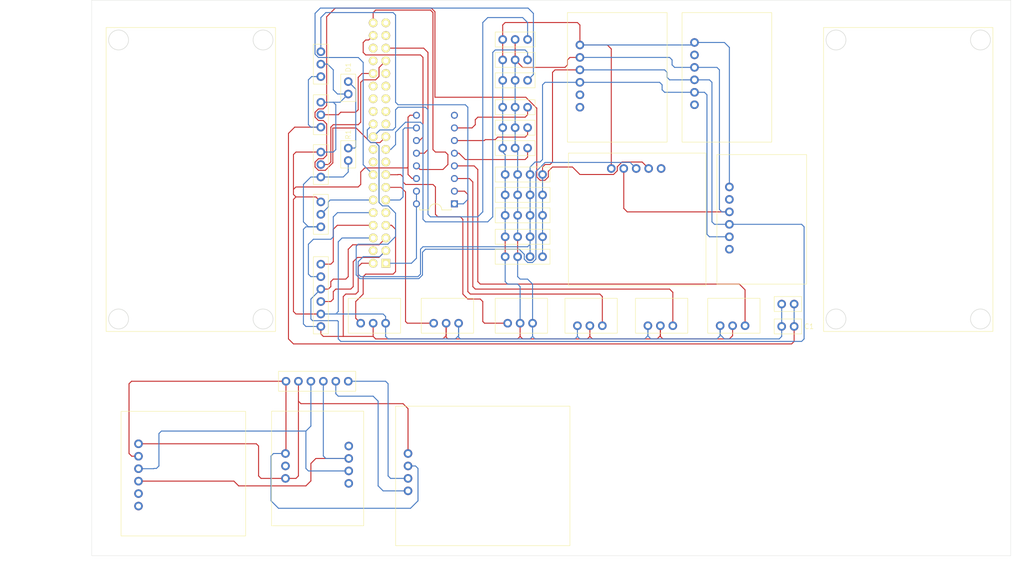
<source format=kicad_pcb>
(kicad_pcb (version 20240108) (generator "pcbnew") (generator_version "8.0")
  (layers (0 "F.Cu" signal) (31 "B.Cu" signal) (34 "B.Paste" user) (35 "F.Paste" user) (36 "B.SilkS" user "B.Silkscreen") (37 "F.SilkS" user "F.Silkscreen") (38 "B.Mask" user) (39 "F.Mask" user) (44 "Edge.Cuts" user))
  (net 0 "")
  (net 2 "+8V")
  (net 4 "Net-(D1-A)")
  (net 5 "+5V")
  (net 6 "SDA")
  (net 7 "PWM1")
  (net 8 "RX0")
  (net 9 "CS{slash}SHDN")
  (net 11 "TX1")
  (net 13 "CLK")
  (net 15 "D3")
  (net 17 "PWM0")
  (net 18 "TX0")
  (net 20 "D2")
  (net 22 "PWM2")
  (net 24 "GND")
  (net 25 "SCL")
  (net 28 "D4")
  (net 29 "+3.3V")
  (net 33 "DIN")
  (net 34 "RX1")
  (net 35 "D0")
  (net 36 "D1")
  (net 37 "D5")
  (net 38 "DOUT")
  (net 39 "Net-(U1-SCL)")
  (net 41 "Net-(U1-GND)")
  (net 42 "Net-(U1-SDA)")
  (net 44 "Net-(U1-3V{slash}5V)")
  (net 48 "Net-(U3-RX)")
  (net 49 "Net-(U3-TX)")
  (net 55 "A1")
  (net 56 "A2")
  (net 57 "A3")
  (net 60 "A4")
  (net 61 "A5")
  (net 62 "A6")
  (net 63 "A0")
  (footprint "TAFLab-Footprint-Library:Default2Pin" (layer "F.Cu") (at 111.5 58.2 180)
    (property "Reference" "R1")
    (property "Value" "300Ω")
  )
  (footprint "TAFLab-Footprint-Library:DS18B20_Water_Temp_Sensor" (layer "F.Cu") (at 125 98.85 90)
    (property "Reference" "U7" (hide yes))
    (property "Value" "~" (hide yes))
  )
  (footprint "TAFLab-Footprint-Library:Default3Pin" (layer "F.Cu") (at 106 41.35 180)
    (property "Reference" "U30" (hide yes))
    (property "Value" "~" (hide yes))
  )
  (footprint "TAFLab-Footprint-Library:Default2Pin" (layer "F.Cu") (at 191 97 -90)
    (property "Reference" "U34" (hide yes))
    (property "Value" "~" (hide yes))
  )
  (footprint "TAFLab-Footprint-Library:ActuatorConnector" (layer "F.Cu") (at 106 56.5 180)
    (property "Reference" "U17" (hide yes))
    (property "Value" "~" (hide yes))
  )
  (footprint "TAFLab-Footprint-Library:RaspberryPi_4" (layer "F.Cu") (at 115 66.26 90)
    (property "Reference" "RP1" (hide yes))
    (property "Value" "Raspberry_Pi_2_3" (hide yes))
  )
  (footprint "TAFLab-Footprint-Library:Default4Pin" (layer "F.Cu") (at 158 83.5 90)
    (property "Reference" "U26" (hide yes))
    (property "Value" "~" (hide yes))
  )
  (footprint "TAFLab-Footprint-Library:Default3Pin" (layer "F.Cu") (at 152.5 43.9 90)
    (property "Reference" "U21" (hide yes))
    (property "Value" "~" (hide yes))
  )
  (footprint "TAFLab-Footprint-Library:Default4Pin" (layer "F.Cu") (at 158 75.1 90)
    (property "Reference" "U28" (hide yes))
    (property "Value" "~" (hide yes))
  )
  (footprint "TAFLab-Footprint-Library:DS18B20_Water_Temp_Sensor" (layer "F.Cu") (at 139.65 98.85 90)
    (property "Reference" "U8" (hide yes))
    (property "Value" "~" (hide yes))
  )
  (footprint "TAFLab-Footprint-Library:LM2596" (layer "F.Cu") (at 102.9 74.5 90)
    (property "Reference" "U13" (hide yes))
    (property "Value" "LM2596S-12" (hide yes))
    (fp_circle (center 30.5 -37.5) (end 32.5 -37.5) (stroke (width 0.1)) (fill none) (layer "Edge.Cuts"))
    (fp_circle (center -25.5 -37.5) (end -23.5 -37.5) (stroke (width 0.1)) (fill none) (layer "Edge.Cuts"))
    (fp_circle (center 30.5 -8.5) (end 32.5 -8.5) (stroke (width 0.1)) (fill none) (layer "Edge.Cuts"))
    (fp_circle (center -25.5 -8.5) (end -23.5 -8.5) (stroke (width 0.1)) (fill none) (layer "Edge.Cuts"))
  )
  (footprint "TAFLab-Footprint-Library:Default4Pin" (layer "F.Cu") (at 158 71 90)
    (property "Reference" "U29" (hide yes))
    (property "Value" "~" (hide yes))
  )
  (footprint "TAFLab-Footprint-Library:Default3Pin" (layer "F.Cu") (at 152.5 48 90)
    (property "Reference" "U20" (hide yes))
    (property "Value" "~" (hide yes))
  )
  (footprint "TAFLab-Footprint-Library:ActuatorConnector" (layer "F.Cu") (at 106 66.5 180)
    (property "Reference" "U16" (hide yes))
    (property "Value" "~" (hide yes))
  )
  (footprint "TAFLab-Footprint-Library:AS5600_Magnetic_Encoder_Windvane" (layer "F.Cu") (at 92.6 137)
    (property "Reference" "U1" (hide yes))
    (property "Value" "~" (hide yes))
  )
  (footprint "TAFLab-Footprint-Library:GT-U7_GPS" (layer "F.Cu") (at 159.3 69.8 -90)
    (property "Reference" "U4" (hide yes))
    (property "Value" "~" (hide yes))
  )
  (footprint "TAFLab-Footprint-Library:Default2Pin" (layer "F.Cu") (at 111.5 44.85 180)
    (property "Reference" "D1")
    (property "Value" "LED")
  )
  (footprint "TAFLab-Footprint-Library:MPU6050_IMU_Accelerometer" (layer "F.Cu") (at 187.5 89.5)
    (property "Reference" "U6" (hide yes))
    (property "Value" "~" (hide yes))
  )
  (footprint "TAFLab-Footprint-Library:MCP3008" (layer "F.Cu") (at 129 68 90)
    (property "Reference" "U33" (hide yes))
    (property "Value" "MCP3008" (hide yes))
  )
  (footprint "TAFLab-Footprint-Library:ActuatorConnector" (layer "F.Cu") (at 106 46.5 180)
    (property "Reference" "U18" (hide yes))
    (property "Value" "~" (hide yes))
  )
  (footprint "TAFLab-Footprint-Library:Default2Pin" (layer "F.Cu") (at 208.5 101.5 90)
    (property "Reference" "C1")
    (property "Value" "10k µF")
  )
  (footprint "TAFLab-Footprint-Library:HW038_WaterLevelSensor" (layer "F.Cu") (at 201.15 100.85 90)
    (property "Reference" "U12" (hide yes))
    (property "Value" "~" (hide yes))
  )
  (footprint "TAFLab-Footprint-Library:LM2596" (layer "F.Cu") (at 246.9 74.5 90)
    (property "Reference" "U15" (hide yes))
    (property "Value" "LM2596S-12" (hide yes))
    (fp_circle (center 30.5 -37.5) (end 32.5 -37.5) (stroke (width 0.1)) (fill none) (layer "Edge.Cuts"))
    (fp_circle (center -25.5 -37.5) (end -23.5 -37.5) (stroke (width 0.1)) (fill none) (layer "Edge.Cuts"))
    (fp_circle (center 30.5 -8.5) (end 32.5 -8.5) (stroke (width 0.1)) (fill none) (layer "Edge.Cuts"))
    (fp_circle (center -25.5 -8.5) (end -23.5 -8.5) (stroke (width 0.1)) (fill none) (layer "Edge.Cuts"))
  )
  (footprint "TAFLab-Footprint-Library:BME280_PHT" (layer "F.Cu") (at 55.9 135.05)
    (property "Reference" "U2" (hide yes))
    (property "Value" "~" (hide yes))
  )
  (footprint "TAFLab-Footprint-Library:XBeeBreakout" (layer "F.Cu") (at 123.5 137)
    (property "Reference" "U3" (hide yes))
    (property "Value" "~" (hide yes))
  )
  (footprint "TAFLab-Footprint-Library:Default3Pin" (layer "F.Cu") (at 152.5 57.5 90)
    (property "Reference" "U24" (hide yes))
    (property "Value" "~" (hide yes))
  )
  (footprint "TAFLab-Footprint-Library:Default3Pin" (layer "F.Cu") (at 152.5 61.6 90)
    (property "Reference" "U23" (hide yes))
    (property "Value" "~" (hide yes))
  )
  (footprint "TAFLab-Footprint-Library:HW038_WaterLevelSensor" (layer "F.Cu") (at 186.65 100.85 90)
    (property "Reference" "U11" (hide yes))
    (property "Value" "~" (hide yes))
  )
  (footprint "TAFLab-Footprint-Library:Default4Pin" (layer "F.Cu") (at 158 79.2 90)
    (property "Reference" "U27" (hide yes))
    (property "Value" "~" (hide yes))
  )
  (footprint "TAFLab-Footprint-Library:INA219_BatteryPowerSensor" (layer "F.Cu") (at 158 62)
    (property "Reference" "U14" (hide yes))
    (property "Value" "~" (hide yes))
  )
  (footprint "TAFLab-Footprint-Library:LIS3MDL_Magnetometer" (layer "F.Cu") (at 181 51.5)
    (property "Reference" "U5" (hide yes))
    (property "Value" "~" (hide yes))
  )
  (footprint "TAFLab-Footprint-Library:SailWireConnector" (layer "F.Cu") (at 106 76.5 180)
    (property "Reference" "U32" (hide yes))
    (property "Value" "~" (hide yes))
  )
  (footprint "TAFLab-Footprint-Library:Top_Boat_PCB" (layer "F.Cu") (at 104 117.5)
    (property "Reference" "U31" (hide yes))
    (property "Value" "~" (hide yes))
  )
  (footprint "TAFLab-Footprint-Library:Default3Pin" (layer "F.Cu") (at 152.5 52.1 90)
    (property "Reference" "U19" (hide yes))
    (property "Value" "~" (hide yes))
  )
  (footprint "TAFLab-Footprint-Library:HW038_WaterLevelSensor" (layer "F.Cu") (at 172.5 100.85 90)
    (property "Reference" "U10" (hide yes))
    (property "Value" "~" (hide yes))
  )
  (footprint "TAFLab-Footprint-Library:Default4Pin" (layer "F.Cu") (at 158 87.5 90)
    (property "Reference" "U25" (hide yes))
    (property "Value" "~" (hide yes))
  )
  (footprint "TAFLab-Footprint-Library:DS18B20_Water_Temp_Sensor" (layer "F.Cu") (at 154.5 98.85 90)
    (property "Reference" "U9" (hide yes))
    (property "Value" "~" (hide yes))
  )
  (footprint "TAFLab-Footprint-Library:Default3Pin" (layer "F.Cu") (at 152.5 65.7 90)
    (property "Reference" "U22" (hide yes))
    (property "Value" "~" (hide yes))
  )
  (gr_rect (start 60 36) (end 244.5 147.5) (stroke (width 0.05)) (fill none) (layer "Edge.Cuts"))
  (segment (start 99.5 62.75) (end 100.75 61.5) (width 0.2) (layer "F.Cu") (net 2))
  (segment (start 201 104.5) (end 200.5 105) (width 0.2) (layer "F.Cu") (net 2))
  (segment (start 201 101.5) (end 201 104.5) (width 0.2) (layer "F.Cu") (net 2))
  (segment (start 200.5 105) (end 100.5 105) (width 0.2) (layer "F.Cu") (net 2))
  (segment (start 100.75 61.5) (end 106 61.5) (width 0.2) (layer "F.Cu") (net 2))
  (segment (start 100.5 105) (end 99.5 104) (width 0.2) (layer "F.Cu") (net 2))
  (segment (start 99.5 104) (end 99.5 62.75) (width 0.2) (layer "F.Cu") (net 2))
  (segment (start 104.15 51.35) (end 106 51.35) (width 0.2) (layer "B.Cu") (net 2))
  (segment (start 106 61.5) (end 104 61.5) (width 0.2) (layer "B.Cu") (net 2))
  (segment (start 104 61.5) (end 103.5 61) (width 0.2) (layer "B.Cu") (net 2))
  (segment (start 103.5 52) (end 104.15 51.35) (width 0.2) (layer "B.Cu") (net 2))
  (segment (start 201 97) (end 201 101.5) (width 0.2) (layer "B.Cu") (net 2))
  (segment (start 103.5 61) (end 103.5 52) (width 0.2) (layer "B.Cu") (net 2))
  (segment (start 111.5 65.7) (end 112.8 65.7) (width 0.2) (layer "B.Cu") (net 4))
  (segment (start 113 53.85) (end 111.5 52.35) (width 0.2) (layer "B.Cu") (net 4))
  (segment (start 112.8 65.7) (end 113 65.5) (width 0.2) (layer "B.Cu") (net 4))
  (segment (start 113 65.5) (end 113 53.85) (width 0.2) (layer "B.Cu") (net 4))
  (segment (start 173.5 104) (end 160.5 104) (width 0.2) (layer "F.Cu") (net 5))
  (segment (start 114.18 88.82) (end 116.5 88.82) (width 0.2) (layer "F.Cu") (net 5))
  (segment (start 143 40.5) (end 142.5 41) (width 0.2) (layer "F.Cu") (net 5))
  (segment (start 157.5 40.5) (end 143 40.5) (width 0.2) (layer "F.Cu") (net 5))
  (segment (start 146.5 104) (end 146 103.5) (width 0.2) (layer "F.Cu") (net 5))
  (segment (start 116.5 103.5) (end 116.5 100.85) (width 0.2) (layer "F.Cu") (net 5))
  (segment (start 163.5 45) (end 158 45) (width 0.2) (layer "F.Cu") (net 5))
  (segment (start 174.15 101.35) (end 174.15 103.35) (width 0.2) (layer "F.Cu") (net 5))
  (segment (start 160 103.5) (end 160 101.35) (width 0.2) (layer "F.Cu") (net 5))
  (segment (start 106 103) (end 106.5 103.5) (width 0.2) (layer "F.Cu") (net 5))
  (segment (start 113.5 89.5) (end 114.18 88.82) (width 0.2) (layer "F.Cu") (net 5))
  (segment (start 164.3 69.8) (end 164.3 45.8) (width 0.2) (layer "F.Cu") (net 5))
  (segment (start 131.15 103.65) (end 131.15 100.85) (width 0.2) (layer "F.Cu") (net 5))
  (segment (start 160 103.5) (end 159.5 104) (width 0.2) (layer "F.Cu") (net 5))
  (segment (start 146 103.5) (end 146 100.85) (width 0.2) (layer "F.Cu") (net 5))
  (segment (start 158 41) (end 157.5 40.5) (width 0.2) (layer "F.Cu") (net 5))
  (segment (start 113 95) (end 113.5 94.5) (width 0.2) (layer "F.Cu") (net 5))
  (segment (start 113.5 94.5) (end 113.5 89.5) (width 0.2) (layer "F.Cu") (net 5))
  (segment (start 131.15 103.35) (end 130.5 104) (width 0.2) (layer "F.Cu") (net 5))
  (segment (start 106.5 103.5) (end 110.5 103.5) (width 0.2) (layer "F.Cu") (net 5))
  (segment (start 143 83.5) (end 143 87.5) (width 0.2) (layer "F.Cu") (net 5))
  (segment (start 130.5 104) (end 117 104) (width 0.2) (layer "F.Cu") (net 5))
  (segment (start 160.5 104) (end 160 103.5) (width 0.2) (layer "F.Cu") (net 5))
  (segment (start 110.5 103.5) (end 116.5 103.5) (width 0.2) (layer "F.Cu") (net 5))
  (segment (start 110.5 95.5) (end 111 95) (width 0.2) (layer "F.Cu") (net 5))
  (segment (start 164.3 45.8) (end 163.5 45) (width 0.2) (layer "F.Cu") (net 5))
  (segment (start 106 101.5) (end 106 103) (width 0.2) (layer "F.Cu") (net 5))
  (segment (start 188.65 103.35) (end 188 104) (width 0.2) (layer "F.Cu") (net 5))
  (segment (start 142.5 43.9) (end 142.5 48) (width 0.2) (layer "F.Cu") (net 5))
  (segment (start 146 103.5) (end 145.5 104) (width 0.2) (layer "F.Cu") (net 5))
  (segment (start 111 95) (end 113 95) (width 0.2) (layer "F.Cu") (net 5))
  (segment (start 188.65 101.35) (end 188.65 103.35) (width 0.2) (layer "F.Cu") (net 5))
  (segment (start 117 104) (end 116.5 103.5) (width 0.2) (layer "F.Cu") (net 5))
  (segment (start 174.65 104) (end 174.15 103.5) (width 0.2) (layer "F.Cu") (net 5))
  (segment (start 174.15 103.5) (end 174.15 101.35) (width 0.2) (layer "F.Cu") (net 5))
  (segment (start 110.5 103.5) (end 110.5 95.5) (width 0.2) (layer "F.Cu") (net 5))
  (segment (start 174.15 103.35) (end 173.5 104) (width 0.2) (layer "F.Cu") (net 5))
  (segment (start 188 104) (end 174.65 104) (width 0.2) (layer "F.Cu") (net 5))
  (segment (start 145.5 104) (end 131.5 104) (width 0.2) (layer "F.Cu") (net 5))
  (segment (start 131.5 104) (end 131.15 103.65) (width 0.2) (layer "F.Cu") (net 5))
  (segment (start 158 45) (end 158 41) (width 0.2) (layer "F.Cu") (net 5))
  (segment (start 131.15 100.85) (end 131.15 103.35) (width 0.2) (layer "F.Cu") (net 5))
  (segment (start 142.5 41) (end 142.5 43.9) (width 0.2) (layer "F.Cu") (net 5))
  (segment (start 159.5 104) (end 146.5 104) (width 0.2) (layer "F.Cu") (net 5))
  (segment (start 145.5 93) (end 143.5 93) (width 0.2) (layer "B.Cu") (net 5))
  (segment (start 180.5 45) (end 181 44.5) (width 0.2) (layer "B.Cu") (net 5))
  (segment (start 143 92.5) (end 143 87.5) (width 0.2) (layer "B.Cu") (net 5))
  (segment (start 103 101.5) (end 106 101.5) (width 0.2) (layer "B.Cu") (net 5))
  (segment (start 146 93.5) (end 145.5 93) (width 0.2) (layer "B.Cu") (net 5))
  (segment (start 188 73.5) (end 188 45.5) (width 0.2) (layer "B.Cu") (net 5))
  (segment (start 142.5 61.6) (end 142.5 65.7) (width 0.2) (layer "B.Cu") (net 5))
  (segment (start 158 45) (end 180.5 45) (width 0.2) (layer "B.Cu") (net 5))
  (segment (start 102.5 80.5) (end 102.5 73) (width 0.2) (layer "B.Cu") (net 5))
  (segment (start 103 81.5) (end 102.5 82) (width 0.2) (layer "B.Cu") (net 5))
  (segment (start 102.5 82) (end 102.5 101) (width 0.2) (layer "B.Cu") (net 5))
  (segment (start 146 100.85) (end 146 93.5) (width 0.2) (layer "B.Cu") (net 5))
  (segment (start 106 81.5) (end 103 81.5) (width 0.2) (layer "B.Cu") (net 5))
  (segment (start 143.5 93) (end 143 92.5) (width 0.2) (layer "B.Cu") (net 5))
  (segment (start 110.5 71.5) (end 111.5 70.5) (width 0.2) (layer "B.Cu") (net 5))
  (segment (start 111.5 70.5) (end 111.5 68.2) (width 0.2) (layer "B.Cu") (net 5))
  (segment (start 142.5 66.5) (end 143 67) (width 0.2) (layer "B.Cu") (net 5))
  (segment (start 187 44.5) (end 181 44.5) (width 0.2) (layer "B.Cu") (net 5))
  (segment (start 142.5 52.1) (end 142.5 57.5) (width 0.2) (layer "B.Cu") (net 5))
  (segment (start 143 71) (end 143 75.1) (width 0.2) (layer "B.Cu") (net 5))
  (segment (start 143 67) (end 143 71) (width 0.2) (layer "B.Cu") (net 5))
  (segment (start 106 81.5) (end 103.5 81.5) (width 0.2) (layer "B.Cu") (net 5))
  (segment (start 142.5 65.7) (end 142.5 66.5) (width 0.2) (layer "B.Cu") (net 5))
  (segment (start 143 75.1) (end 143 79.2) (width 0.2) (layer "B.Cu") (net 5))
  (segment (start 143 79.2) (end 143 83.5) (width 0.2) (layer "B.Cu") (net 5))
  (segment (start 102.5 73) (end 104 71.5) (width 0.2) (layer "B.Cu") (net 5))
  (segment (start 102.5 101) (end 103 101.5) (width 0.2) (layer "B.Cu") (net 5))
  (segment (start 142.5 57.5) (end 142.5 61.6) (width 0.2) (layer "B.Cu") (net 5))
  (segment (start 188 45.5) (end 187 44.5) (width 0.2) (layer "B.Cu") (net 5))
  (segment (start 106 71.5) (end 110.5 71.5) (width 0.2) (layer "B.Cu") (net 5))
  (segment (start 103.5 81.5) (end 102.5 80.5) (width 0.2) (layer "B.Cu") (net 5))
  (segment (start 142.5 48) (end 142.5 52.1) (width 0.2) (layer "B.Cu") (net 5))
  (segment (start 104 71.5) (end 106 71.5) (width 0.2) (layer "B.Cu") (net 5))
  (segment (start 117.675 87.645) (end 119.04 86.28) (width 0.2) (layer "F.Cu") (net 6))
  (segment (start 112.5 88.5) (end 113.355 87.645) (width 0.2) (layer "F.Cu") (net 6))
  (segment (start 112 94) (end 112.5 93.5) (width 0.2) (layer "F.Cu") (net 6))
  (segment (start 113.355 87.645) (end 117.675 87.645) (width 0.2) (layer "F.Cu") (net 6))
  (segment (start 106 96.5) (end 108 96.5) (width 0.2) (layer "F.Cu") (net 6))
  (segment (start 108 96.5) (end 108.5 96) (width 0.2) (layer "F.Cu") (net 6))
  (segment (start 112.5 93.5) (end 112.5 88.5) (width 0.2) (layer "F.Cu") (net 6))
  (segment (start 108.5 94.5) (end 109 94) (width 0.2) (layer "F.Cu") (net 6))
  (segment (start 108.5 96) (end 108.5 94.5) (width 0.2) (layer "F.Cu") (net 6))
  (segment (start 109 94) (end 112 94) (width 0.2) (layer "F.Cu") (net 6))
  (segment (start 148 79.2) (end 148 83.5) (width 0.2) (layer "B.Cu") (net 6))
  (segment (start 150 68.5) (end 150.5 68) (width 0.2) (layer "B.Cu") (net 6))
  (segment (start 150.5 53) (end 151 52.5) (width 0.2) (layer "B.Cu") (net 6))
  (segment (start 113.5 91) (end 113.5 88.5) (width 0.2) (layer "B.Cu") (net 6))
  (segment (start 174.5 53) (end 174.5 54) (width 0.2) (layer "B.Cu") (net 6))
  (segment (start 183.5 83) (end 183.5 55) (width 0.2) (layer "B.Cu") (net 6))
  (segment (start 174 52.5) (end 174.5 53) (width 0.2) (layer "B.Cu") (net 6))
  (segment (start 148 75.1) (end 148 79.2) (width 0.2) (layer "B.Cu") (net 6))
  (segment (start 148 85) (end 147.5 85.5) (width 0.2) (layer "B.Cu") (net 6))
  (segment (start 148 71) (end 148 69.5) (width 0.2) (layer "B.Cu") (net 6))
  (segment (start 151 52.5) (end 158 52.5) (width 0.2) (layer "B.Cu") (net 6))
  (segment (start 175 54.5) (end 181 54.5) (width 0.2) (layer "B.Cu") (net 6))
  (segment (start 158 52.5) (end 174 52.5) (width 0.2) (layer "B.Cu") (net 6))
  (segment (start 126.5 85.5) (end 126 86) (width 0.2) (layer "B.Cu") (net 6))
  (segment (start 174.5 54) (end 175 54.5) (width 0.2) (layer "B.Cu") (net 6))
  (segment (start 188 83.5) (end 184 83.5) (width 0.2) (layer "B.Cu") (net 6))
  (segment (start 114.5 87.5) (end 117.82 87.5) (width 0.2) (layer "B.Cu") (net 6))
  (segment (start 148 69.5) (end 149 68.5) (width 0.2) (layer "B.Cu") (net 6))
  (segment (start 148 71) (end 148 75.1) (width 0.2) (layer "B.Cu") (net 6))
  (segment (start 149 68.5) (end 150 68.5) (width 0.2) (layer "B.Cu") (net 6))
  (segment (start 148 83.5) (end 148 85) (width 0.2) (layer "B.Cu") (net 6))
  (segment (start 148 85) (end 148 87.5) (width 0.2) (layer "B.Cu") (net 6))
  (segment (start 147.5 85.5) (end 126.5 85.5) (width 0.2) (layer "B.Cu") (net 6))
  (segment (start 117.82 87.5) (end 119.04 86.28) (width 0.2) (layer "B.Cu") (net 6))
  (segment (start 150.5 68) (end 150.5 53) (width 0.2) (layer "B.Cu") (net 6))
  (segment (start 113.5 88.5) (end 114.5 87.5) (width 0.2) (layer "B.Cu") (net 6))
  (segment (start 183 54.5) (end 181 54.5) (width 0.2) (layer "B.Cu") (net 6))
  (segment (start 125.5 91.5) (end 114 91.5) (width 0.2) (layer "B.Cu") (net 6))
  (segment (start 126 86) (end 126 91) (width 0.2) (layer "B.Cu") (net 6))
  (segment (start 183.5 55) (end 183 54.5) (width 0.2) (layer "B.Cu") (net 6))
  (segment (start 126 91) (end 125.5 91.5) (width 0.2) (layer "B.Cu") (net 6))
  (segment (start 184 83.5) (end 183.5 83) (width 0.2) (layer "B.Cu") (net 6))
  (segment (start 114 91.5) (end 113.5 91) (width 0.2) (layer "B.Cu") (net 6))
  (segment (start 106 69) (end 107.5 69) (width 0.2) (layer "F.Cu") (net 7))
  (segment (start 108 68.5) (end 108 61.5) (width 0.2) (layer "F.Cu") (net 7))
  (segment (start 114 60.5) (end 114 52.5) (width 0.2) (layer "F.Cu") (net 7))
  (segment (start 114.5 52) (end 117 52) (width 0.2) (layer "F.Cu") (net 7))
  (segment (start 108.5 61) (end 113.5 61) (width 0.2) (layer "F.Cu") (net 7))
  (segment (start 113.5 61) (end 114 60.5) (width 0.2) (layer "F.Cu") (net 7))
  (segment (start 117 52) (end 117.675 51.325) (width 0.2) (layer "F.Cu") (net 7))
  (segment (start 117.675 51.325) (end 117.675 49.545) (width 0.2) (layer "F.Cu") (net 7))
  (segment (start 117.675 49.545) (end 119.04 48.18) (width 0.2) (layer "F.Cu") (net 7))
  (segment (start 114 52.5) (end 114.5 52) (width 0.2) (layer "F.Cu") (net 7))
  (segment (start 107.5 69) (end 108 68.5) (width 0.2) (layer "F.Cu") (net 7))
  (segment (start 108 61.5) (end 108.5 61) (width 0.2) (layer "F.Cu") (net 7))
  (segment (start 108.5 88.5) (end 108.5 82) (width 0.2) (layer "F.Cu") (net 8))
  (segment (start 109.3 81.2) (end 116.5 81.2) (width 0.2) (layer "F.Cu") (net 8))
  (segment (start 108.5 82) (end 109.3 81.2) (width 0.2) (layer "F.Cu") (net 8))
  (segment (start 108 89) (end 108.5 88.5) (width 0.2) (layer "F.Cu") (net 8))
  (segment (start 106 89) (end 108 89) (width 0.2) (layer "F.Cu") (net 8))
  (segment (start 122.5 75.5) (end 121.88 76.12) (width 0.2) (layer "B.Cu") (net 9))
  (segment (start 122.5 62) (end 122.5 75.5) (width 0.2) (layer "B.Cu") (net 9))
  (segment (start 122.85 61.65) (end 122.5 62) (width 0.2) (layer "B.Cu") (net 9))
  (segment (start 121.88 76.12) (end 119.04 76.12) (width 0.2) (layer "B.Cu") (net 9))
  (segment (start 125.19 61.65) (end 122.85 61.65) (width 0.2) (layer "B.Cu") (net 9))
  (segment (start 108.4 61.665686) (end 113.083985 61.665686) (width 0.2) (layer "F.Cu") (net 11))
  (segment (start 128.9 55.5) (end 128.9 38.334314) (width 0.2) (layer "F.Cu") (net 11))
  (segment (start 166.454421 68.5) (end 165.5 69.454421) (width 0.2) (layer "F.Cu") (net 11))
  (segment (start 104.8364 69.481979) (end 105.518021 70.1636) (width 0.2) (layer "F.Cu") (net 11))
  (segment (start 107.1636 39.3364) (end 107.1636 57.154779) (width 0.2) (layer "F.Cu") (net 11))
  (segment (start 150.981979 72.1636) (end 150.018021 72.1636) (width 0.2) (layer "F.Cu") (net 11))
  (segment (start 105.518021 70.1636) (end 106.902085 70.1636) (width 0.2) (layer "F.Cu") (net 11))
  (segment (start 104.8364 58.518021) (end 104.8364 59.481979) (width 0.2) (layer "F.Cu") (net 11))
  (segment (start 106.902085 70.1636) (end 108.4 68.665685) (width 0.2) (layer "F.Cu") (net 11))
  (segment (start 105.518021 67.8364) (end 104.8364 68.518021) (width 0.2) (layer "F.Cu") (net 11))
  (segment (start 106.481979 67.8364) (end 105.518021 67.8364) (width 0.2) (layer "F.Cu") (net 11))
  (segment (start 158 71) (end 156.5 69.5) (width 0.2) (layer "F.Cu") (net 11))
  (segment (start 104.8364 68.518021) (end 104.8364 69.481979) (width 0.2) (layer "F.Cu") (net 11))
  (segment (start 149.3364 57.690821) (end 147.145579 55.5) (width 0.2) (layer "F.Cu") (net 11))
  (segment (start 106.481979 60.1636) (end 107.1636 60.845221) (width 0.2) (layer "F.Cu") (net 11))
  (segment (start 105.518021 60.1636) (end 106.481979 60.1636) (width 0.2) (layer "F.Cu") (net 11))
  (segment (start 164.745579 71) (end 158 71) (width 0.2) (layer "F.Cu") (net 11))
  (segment (start 128.9 38.334314) (end 128.165685 37.6) (width 0.2) (layer "F.Cu") (net 11))
  (segment (start 107.1636 67.154779) (end 106.481979 67.8364) (width 0.2) (layer "F.Cu") (net 11))
  (segment (start 147.145579 55.5) (end 128.9 55.5) (width 0.2) (layer "F.Cu") (net 11))
  (segment (start 117.865 64.595) (end 119.04 63.42) (width 0.2) (layer "F.Cu") (net 11))
  (segment (start 108.4 68.665685) (end 108.4 61.665686) (width 0.2) (layer "F.Cu") (net 11))
  (segment (start 116.013299 64.595) (end 117.865 64.595) (width 0.2) (layer "F.Cu") (net 11))
  (segment (start 149.3364 71.481979) (end 149.3364 57.690821) (width 0.2) (layer "F.Cu") (net 11))
  (segment (start 108.9 37.6) (end 107.1636 39.3364) (width 0.2) (layer "F.Cu") (net 11))
  (segment (start 165.5 70.245579) (end 164.745579 71) (width 0.2) (layer "F.Cu") (net 11))
  (segment (start 171.8 69.8) (end 170.5 68.5) (width 0.2) (layer "F.Cu") (net 11))
  (segment (start 106.481979 57.8364) (end 105.518021 57.8364) (width 0.2) (layer "F.Cu") (net 11))
  (segment (start 165.5 69.454421) (end 165.5 70.245579) (width 0.2) (layer "F.Cu") (net 11))
  (segment (start 107.1636 60.845221) (end 107.1636 67.154779) (width 0.2) (layer "F.Cu") (net 11))
  (segment (start 170.5 68.5) (end 166.454421 68.5) (width 0.2) (layer "F.Cu") (net 11))
  (segment (start 128.165685 37.6) (end 108.9 37.6) (width 0.2) (layer "F.Cu") (net 11))
  (segment (start 156.5 69.5) (end 152.5 69.5) (width 0.2) (layer "F.Cu") (net 11))
  (segment (start 151.6636 71.481979) (end 150.981979 72.1636) (width 0.2) (layer "F.Cu") (net 11))
  (segment (start 151.6636 70.3364) (end 151.6636 71.481979) (width 0.2) (layer "F.Cu") (net 11))
  (segment (start 107.1636 57.154779) (end 106.481979 57.8364) (width 0.2) (layer "F.Cu") (net 11))
  (segment (start 105.518021 57.8364) (end 104.8364 58.518021) (width 0.2) (layer "F.Cu") (net 11))
  (segment (start 152.5 69.5) (end 151.6636 70.3364) (width 0.2) (layer "F.Cu") (net 11))
  (segment (start 150.018021 72.1636) (end 149.3364 71.481979) (width 0.2) (layer "F.Cu") (net 11))
  (segment (start 104.8364 59.481979) (end 105.518021 60.1636) (width 0.2) (layer "F.Cu") (net 11))
  (segment (start 113.083985 61.665686) (end 116.013299 64.595) (width 0.2) (layer "F.Cu") (net 11))
  (segment (start 128 38) (end 117 38) (width 0.2) (layer "F.Cu") (net 13))
  (segment (start 128.5 66) (end 128.5 38.5) (width 0.2) (layer "F.Cu") (net 13))
  (segment (start 130.5 70) (end 131.5 69) (width 0.2) (layer "F.Cu") (net 13))
  (segment (start 129 66.5) (end 128.5 66) (width 0.2) (layer "F.Cu") (net 13))
  (segment (start 116.5 38.5) (end 116.5 40.56) (width 0.2) (layer "F.Cu") (net 13))
  (segment (start 131.5 67) (end 131 66.5) (width 0.2) (layer "F.Cu") (net 13))
  (segment (start 128.5 38.5) (end 128 38) (width 0.2) (layer "F.Cu") (net 13))
  (segment (start 131 66.5) (end 129 66.5) (width 0.2) (layer "F.Cu") (net 13))
  (segment (start 125.92 70) (end 130.5 70) (width 0.2) (layer "F.Cu") (net 13))
  (segment (start 117 38) (end 116.5 38.5) (width 0.2) (layer "F.Cu") (net 13))
  (segment (start 131.5 69) (end 131.5 67) (width 0.2) (layer "F.Cu") (net 13))
  (segment (start 125.19 69.27) (end 125.92 70) (width 0.2) (layer "F.Cu") (net 13))
  (segment (start 104.8364 38.6636) (end 104.8364 46.831979) (width 0.2) (layer "B.Cu") (net 15))
  (segment (start 114.5 69.04) (end 116.5 71.04) (width 0.2) (layer "B.Cu") (net 15))
  (segment (start 113.5136 47.5136) (end 114.5 48.5) (width 0.2) (layer "B.Cu") (net 15))
  (segment (start 114.5 48.5) (end 114.5 69.04) (width 0.2) (layer "B.Cu") (net 15))
  (segment (start 147.5 52.1) (end 148.6636 50.9364) (width 0.2) (layer "B.Cu") (net 15))
  (segment (start 105.518021 47.5136) (end 113.5136 47.5136) (width 0.2) (layer "B.Cu") (net 15))
  (segment (start 147.6 37.6) (end 105.9 37.6) (width 0.2) (layer "B.Cu") (net 15))
  (segment (start 148.6636 38.6636) (end 147.6 37.6) (width 0.2) (layer "B.Cu") (net 15))
  (segment (start 105.9 37.6) (end 104.8364 38.6636) (width 0.2) (layer "B.Cu") (net 15))
  (segment (start 104.8364 46.831979) (end 105.518021 47.5136) (width 0.2) (layer "B.Cu") (net 15))
  (segment (start 148.6636 50.9364) (end 148.6636 38.6636) (width 0.2) (layer "B.Cu") (net 15))
  (segment (start 109.5 59) (end 110 58.5) (width 0.2) (layer "F.Cu") (net 17))
  (segment (start 110 58.5) (end 113 58.5) (width 0.2) (layer "F.Cu") (net 17))
  (segment (start 113 58.5) (end 113.5 58) (width 0.2) (layer "F.Cu") (net 17))
  (segment (start 113.5 58) (end 113.5 51.5) (width 0.2) (layer "F.Cu") (net 17))
  (segment (start 114.28 50.72) (end 116.5 50.72) (width 0.2) (layer "F.Cu") (net 17))
  (segment (start 106 59) (end 109.5 59) (width 0.2) (layer "F.Cu") (net 17))
  (segment (start 113.5 51.5) (end 114.28 50.72) (width 0.2) (layer "F.Cu") (net 17))
  (segment (start 103.5 85) (end 104.5 84) (width 0.2) (layer "B.Cu") (net 18))
  (segment (start 109.34 78.66) (end 116.5 78.66) (width 0.2) (layer "B.Cu") (net 18))
  (segment (start 106 91.5) (end 104 91.5) (width 0.2) (layer "B.Cu") (net 18))
  (segment (start 108.5 79.5) (end 109.34 78.66) (width 0.2) (layer "B.Cu") (net 18))
  (segment (start 104 91.5) (end 103.5 91) (width 0.2) (layer "B.Cu") (net 18))
  (segment (start 108 84) (end 108.5 83.5) (width 0.2) (layer "B.Cu") (net 18))
  (segment (start 104.5 84) (end 108 84) (width 0.2) (layer "B.Cu") (net 18))
  (segment (start 103.5 91) (end 103.5 85) (width 0.2) (layer "B.Cu") (net 18))
  (segment (start 108.5 83.5) (end 108.5 79.5) (width 0.2) (layer "B.Cu") (net 18))
  (segment (start 129 79) (end 129 73.5) (width 0.2) (layer "F.Cu") (net 20))
  (segment (start 134.5 80) (end 134 79.5) (width 0.2) (layer "F.Cu") (net 20))
  (segment (start 134 79.5) (end 129.5 79.5) (width 0.2) (layer "F.Cu") (net 20))
  (segment (start 128.5 73) (end 123 73) (width 0.2) (layer "F.Cu") (net 20))
  (segment (start 135.5 96) (end 134.5 95) (width 0.2) (layer "F.Cu") (net 20))
  (segment (start 138 96) (end 135.5 96) (width 0.2) (layer "F.Cu") (net 20))
  (segment (start 138.5 96.5) (end 138 96) (width 0.2) (layer "F.Cu") (net 20))
  (segment (start 122 71) (end 121.5 71) (width 0.2) (layer "F.Cu") (net 20))
  (segment (start 129.5 79.5) (end 129 79) (width 0.2) (layer "F.Cu") (net 20))
  (segment (start 143.5 100.85) (end 138.85 100.85) (width 0.2) (layer "F.Cu") (net 20))
  (segment (start 129 73.5) (end 128.5 73) (width 0.2) (layer "F.Cu") (net 20))
  (segment (start 122.5 72.5) (end 122.5 71.5) (width 0.2) (layer "F.Cu") (net 20))
  (segment (start 138.85 100.85) (end 138.5 100.5) (width 0.2) (layer "F.Cu") (net 20))
  (segment (start 121.46 71.04) (end 119.04 71.04) (width 0.2) (layer "F.Cu") (net 20))
  (segment (start 123 73) (end 122.5 72.5) (width 0.2) (layer "F.Cu") (net 20))
  (segment (start 138.5 100.5) (end 138.5 96.5) (width 0.2) (layer "F.Cu") (net 20))
  (segment (start 122.5 71.5) (end 122 71) (width 0.2) (layer "F.Cu") (net 20))
  (segment (start 121.5 71) (end 121.46 71.04) (width 0.2) (layer "F.Cu") (net 20))
  (segment (start 134.5 95) (end 134.5 80) (width 0.2) (layer "F.Cu") (net 20))
  (segment (start 107.5 76.5) (end 107.5 77.5) (width 0.2) (layer "B.Cu") (net 22))
  (segment (start 107.88 76.12) (end 107.5 76.5) (width 0.2) (layer "B.Cu") (net 22))
  (segment (start 116.5 76.12) (end 107.88 76.12) (width 0.2) (layer "B.Cu") (net 22))
  (segment (start 107.5 77.5) (end 106 79) (width 0.2) (layer "B.Cu") (net 22))
  (segment (start 114.825 69.675) (end 114 70.5) (width 0.2) (layer "F.Cu") (net 24))
  (segment (start 100.5 74) (end 100.5 67) (width 0.2) (layer "F.Cu") (net 24))
  (segment (start 123.89 59.11) (end 123.5 59.5) (width 0.2) (layer "F.Cu") (net 24))
  (segment (start 156 47.5) (end 155.5 48) (width 0.2) (layer "F.Cu") (net 24))
  (segment (start 105 75.5) (end 101 75.5) (width 0.2) (layer "F.Cu") (net 24))
  (segment (start 123.5 69.5) (end 123.5 71) (width 0.2) (layer "F.Cu") (net 24))
  (segment (start 100.5 76) (end 100.5 98.5) (width 0.2) (layer "F.Cu") (net 24))
  (segment (start 101 73.5) (end 100.5 74) (width 0.2) (layer "F.Cu") (net 24))
  (segment (start 101 75.5) (end 100.5 75) (width 0.2) (layer "F.Cu") (net 24))
  (segment (start 145 43.9) (end 145 48) (width 0.2) (layer "F.Cu") (net 24))
  (segment (start 155 49.5) (end 146.5 49.5) (width 0.2) (layer "F.Cu") (net 24))
  (segment (start 124.31 71.81) (end 125.19 71.81) (width 0.2) (layer "F.Cu") (net 24))
  (segment (start 123.5 71) (end 124.31 71.81) (width 0.2) (layer "F.Cu") (net 24))
  (segment (start 114 73) (end 113.5 73.5) (width 0.2) (layer "F.Cu") (net 24))
  (segment (start 100.5 67) (end 101 66.5) (width 0.2) (layer "F.Cu") (net 24))
  (segment (start 100.5 75) (end 100.5 74) (width 0.2) (layer "F.Cu") (net 24))
  (segment (start 113.5 73.5) (end 101 73.5) (width 0.2) (layer "F.Cu") (net 24))
  (segment (start 100.5 98.5) (end 101 99) (width 0.2) (layer "F.Cu") (net 24))
  (segment (start 101 66.5) (end 106 66.5) (width 0.2) (layer "F.Cu") (net 24))
  (segment (start 101 75.5) (end 100.5 76) (width 0.2) (layer "F.Cu") (net 24))
  (segment (start 114 70.5) (end 114 73) (width 0.2) (layer "F.Cu") (net 24))
  (segment (start 125.19 59.11) (end 123.89 59.11) (width 0.2) (layer "F.Cu") (net 24))
  (segment (start 158 47.5) (end 156 47.5) (width 0.2) (layer "F.Cu") (net 24))
  (segment (start 155.5 49) (end 155 49.5) (width 0.2) (layer "F.Cu") (net 24))
  (segment (start 155.5 48) (end 155.5 49) (width 0.2) (layer "F.Cu") (net 24))
  (segment (start 101 99) (end 106 99) (width 0.2) (layer "F.Cu") (net 24))
  (segment (start 123.5 69.5) (end 123.325 69.675) (width 0.2) (layer "F.Cu") (net 24))
  (segment (start 123.325 69.675) (end 114.825 69.675) (width 0.2) (layer "F.Cu") (net 24))
  (segment (start 188 78.5) (end 167.5 78.5) (width 0.2) (layer "F.Cu") (net 24))
  (segment (start 167.5 78.5) (end 166.8 77.8) (width 0.2) (layer "F.Cu") (net 24))
  (segment (start 123.5 59.5) (end 123.5 69.5) (width 0.2) (layer "F.Cu") (net 24))
  (segment (start 166.8 77.8) (end 166.8 69.8) (width 0.2) (layer "F.Cu") (net 24))
  (segment (start 145.5 83.5) (end 145.5 87.5) (width 0.2) (layer "F.Cu") (net 24))
  (segment (start 106 76.5) (end 105 75.5) (width 0.2) (layer "F.Cu") (net 24))
  (segment (start 146.5 49.5) (end 145 48) (width 0.2) (layer "F.Cu") (net 24))
  (segment (start 108.5 56.5) (end 109 57) (width 0.2) (layer "B.Cu") (net 24))
  (segment (start 185.5 49.5) (end 181 49.5) (width 0.2) (layer "B.Cu") (net 24))
  (segment (start 157.5 103.5) (end 157.5 101.35) (width 0.2) (layer "B.Cu") (net 24))
  (segment (start 108.5 56.5) (end 109.85 56.5) (width 0.2) (layer "B.Cu") (net 24))
  (segment (start 158 104) (end 157.5 103.5) (width 0.2) (layer "B.Cu") (net 24))
  (segment (start 109.5 84.5) (end 110.26 83.74) (width 0.2) (layer "B.Cu") (net 24))
  (segment (start 148 104) (end 134 104) (width 0.2) (layer "B.Cu") (net 24))
  (segment (start 185.5 104) (end 172.25 104) (width 0.2) (layer "B.Cu") (net 24))
  (segment (start 171 104) (end 158 104) (width 0.2) (layer "B.Cu") (net 24))
  (segment (start 186.15 101.35) (end 186.15 103.35) (width 0.2) (layer "B.Cu") (net 24))
  (segment (start 109.85 56.5) (end 111.5 54.85) (width 0.2) (layer "B.Cu") (net 24))
  (segment (start 145.5 91.5) (end 145.5 87.5) (width 0.2) (layer "B.Cu") (net 24))
  (segment (start 111.5 54.85) (end 109.35 54.85) (width 0.2) (layer "B.Cu") (net 24))
  (segment (start 145 65.7) (end 145 66) (width 0.2) (layer "B.Cu") (net 24))
  (segment (start 119 100.85) (end 119 99.5) (width 0.2) (layer "B.Cu") (net 24))
  (segment (start 157.5 103.5) (end 157 104) (width 0.2) (layer "B.Cu") (net 24))
  (segment (start 109.5 98.5) (end 109.5 84.5) (width 0.2) (layer "B.Cu") (net 24))
  (segment (start 148.5 93) (end 147.5 92) (width 0.2) (layer "B.Cu") (net 24))
  (segment (start 145.5 75.1) (end 145.5 79.2) (width 0.2) (layer "B.Cu") (net 24))
  (segment (start 145.5 79.2) (end 145.5 83.5) (width 0.2) (layer "B.Cu") (net 24))
  (segment (start 186 50) (end 185.5 49.5) (width 0.2) (layer "B.Cu") (net 24))
  (segment (start 171.65 101.35) (end 171.65 103.35) (width 0.2) (layer "B.Cu") (net 24))
  (segment (start 176.5 48) (end 176.5 49) (width 0.2) (layer "B.Cu") (net 24))
  (segment (start 145 57.5) (end 145 61.6) (width 0.2) (layer "B.Cu") (net 24))
  (segment (start 148.5 103.5) (end 148.5 100.85) (width 0.2) (layer "B.Cu") (net 24))
  (segment (start 171.65 103.4) (end 171.65 101.35) (width 0.2) (layer "B.Cu") (net 24))
  (segment (start 198.5 97) (end 198.5 101.5) (width 0.2) (layer "B.Cu") (net 24))
  (segment (start 187 104) (end 186.15 103.15) (width 0.2) (layer "B.Cu") (net 24))
  (segment (start 108.5 66.5) (end 106 66.5) (width 0.2) (layer "B.Cu") (net 24))
  (segment (start 109 99) (end 109.5 98.5) (width 0.2) (layer "B.Cu") (net 24))
  (segment (start 188 78.5) (end 186.5 78.5) (width 0.2) (layer "B.Cu") (net 24))
  (segment (start 186.5 78.5) (end 186 78) (width 0.2) (layer "B.Cu") (net 24))
  (segment (start 148.5 100.85) (end 148.5 93) (width 0.2) (layer "B.Cu") (net 24))
  (segment (start 108.5 54) (end 108.5 50) (width 0.2) (layer "B.Cu") (net 24))
  (segment (start 186 78) (end 186 50) (width 0.2) (layer "B.Cu") (net 24))
  (segment (start 109 57) (end 109 66) (width 0.2) (layer "B.Cu") (net 24))
  (segment (start 119 103.5) (end 119 100.85) (width 0.2) (layer "B.Cu") (net 24))
  (segment (start 145 66) (end 145.5 66.5) (width 0.2) (layer "B.Cu") (net 24))
  (segment (start 145 61.6) (end 145 65.7) (width 0.2) (layer "B.Cu") (net 24))
  (segment (start 149 104) (end 148.5 103.5) (width 0.2) (layer "B.Cu") (net 24))
  (segment (start 145 52.1) (end 145 57.5) (width 0.2) (layer "B.Cu") (net 24))
  (segment (start 145.5 71) (end 145.5 75.1) (width 0.2) (layer "B.Cu") (net 24))
  (segment (start 148.5 103.5) (end 148 104) (width 0.2) (layer "B.Cu") (net 24))
  (segment (start 145 48) (end 145 52.1) (width 0.2) (layer "B.Cu") (net 24))
  (segment (start 133.65 103.35) (end 133 104) (width 0.2) (layer "B.Cu") (net 24))
  (segment (start 198 104) (end 187 104) (width 0.2) (layer "B.Cu") (net 24))
  (segment (start 133 104) (end 119.5 104) (width 0.2) (layer "B.Cu") (net 24))
  (segment (start 157 104) (end 149 104) (width 0.2) (layer "B.Cu") (net 24))
  (segment (start 119.5 104) (end 119 103.5) (width 0.2) (layer "B.Cu") (net 24))
  (segment (start 186.15 103.35) (end 185.5 104) (width 0.2) (layer "B.Cu") (net 24))
  (segment (start 147.5 92) (end 146 92) (width 0.2) (layer "B.Cu") (net 24))
  (segment (start 134 104) (end 133.65 103.65) (width 0.2) (layer "B.Cu") (net 24))
  (segment (start 110.26 83.74) (end 116.5 83.74) (width 0.2) (layer "B.Cu") (net 24))
  (segment (start 106 56.5) (end 108.5 56.5) (width 0.2) (layer "B.Cu") (net 24))
  (segment (start 158 47.5) (end 176 47.5) (width 0.2) (layer "B.Cu") (net 24))
  (segment (start 109 99) (end 106 99) (width 0.2) (layer "B.Cu") (net 24))
  (segment (start 198.5 103.5) (end 198 104) (width 0.2) (layer "B.Cu") (net 24))
  (segment (start 109.35 54.85) (end 108.5 54) (width 0.2) (layer "B.Cu") (net 24))
  (segment (start 172.25 104) (end 171.65 103.4) (width 0.2) (layer "B.Cu") (net 24))
  (segment (start 177 49.5) (end 181 49.5) (width 0.2) (layer "B.Cu") (net 24))
  (segment (start 176 47.5) (end 176.5 48) (width 0.2) (layer "B.Cu") (net 24))
  (segment (start 118.5 99) (end 109 99) (width 0.2) (layer "B.Cu") (net 24))
  (segment (start 176.5 49) (end 177 49.5) (width 0.2) (layer "B.Cu") (net 24))
  (segment (start 198.5 101.5) (end 198.5 103.5) (width 0.2) (layer "B.Cu") (net 24))
  (segment (start 107.35 48.85) (end 106 48.85) (width 0.2) (layer "B.Cu") (net 24))
  (segment (start 171.65 103.35) (end 171 104) (width 0.2) (layer "B.Cu") (net 24))
  (segment (start 119 99.5) (end 118.5 99) (width 0.2) (layer "B.Cu") (net 24))
  (segment (start 108.5 50) (end 107.35 48.85) (width 0.2) (layer "B.Cu") (net 24))
  (segment (start 133.65 103.65) (end 133.65 100.85) (width 0.2) (layer "B.Cu") (net 24))
  (segment (start 145.5 66.5) (end 145.5 71) (width 0.2) (layer "B.Cu") (net 24))
  (segment (start 186.15 103.15) (end 186.15 101.35) (width 0.2) (layer "B.Cu") (net 24))
  (segment (start 146 92) (end 145.5 91.5) (width 0.2) (layer "B.Cu") (net 24))
  (segment (start 109 66) (end 108.5 66.5) (width 0.2) (layer "B.Cu") (net 24))
  (segment (start 133.65 100.85) (end 133.65 103.35) (width 0.2) (layer "B.Cu") (net 24))
  (segment (start 111 92) (end 111.5 91.5) (width 0.2) (layer "F.Cu") (net 25))
  (segment (start 107.5 94) (end 108 93.5) (width 0.2) (layer "F.Cu") (net 25))
  (segment (start 150.5 71) (end 150.5 69.5) (width 0.2) (layer "F.Cu") (net 25))
  (segment (start 108 93.5) (end 108 92.5) (width 0.2) (layer "F.Cu") (net 25))
  (segment (start 108.5 92) (end 111 92) (width 0.2) (layer "F.Cu") (net 25))
  (segment (start 112.395 85.105) (end 117.675 85.105) (width 0.2) (layer "F.Cu") (net 25))
  (segment (start 153 50) (end 158 50) (width 0.2) (layer "F.Cu") (net 25))
  (segment (start 108 92.5) (end 108.5 92) (width 0.2) (layer "F.Cu") (net 25))
  (segment (start 152.5 50.5) (end 153 50) (width 0.2) (layer "F.Cu") (net 25))
  (segment (start 152 69) (end 152.5 68.5) (width 0.2) (layer "F.Cu") (net 25))
  (segment (start 111.5 91.5) (end 111.5 86) (width 0.2) (layer "F.Cu") (net 25))
  (segment (start 150.5 69.5) (end 151 69) (width 0.2) (layer "F.Cu") (net 25))
  (segment (start 151 69) (end 152 69) (width 0.2) (layer "F.Cu") (net 25))
  (segment (start 152.5 68.5) (end 152.5 50.5) (width 0.2) (layer "F.Cu") (net 25))
  (segment (start 117.675 85.105) (end 119.04 83.74) (width 0.2) (layer "F.Cu") (net 25))
  (segment (start 111.5 86) (end 112.395 85.105) (width 0.2) (layer "F.Cu") (net 25))
  (segment (start 106 94) (end 107.5 94) (width 0.2) (layer "F.Cu") (net 25))
  (segment (start 158 50) (end 175 50) (width 0.2) (layer "B.Cu") (net 25))
  (segment (start 175.5 50.5) (end 175.5 51.5) (width 0.2) (layer "B.Cu") (net 25))
  (segment (start 175 50) (end 175.5 50.5) (width 0.2) (layer "B.Cu") (net 25))
  (segment (start 109.5 104) (end 109.5 100.5) (width 0.2) (layer "B.Cu") (net 25))
  (segment (start 104 96) (end 106 94) (width 0.2) (layer "B.Cu") (net 25))
  (segment (start 202.5 104.5) (end 110 104.5) (width 0.2) (layer "B.Cu") (net 25))
  (segment (start 184.5 80.5) (end 184.5 52.5) (width 0.2) (layer "B.Cu") (net 25))
  (segment (start 150.5 75.1) (end 150.5 71) (width 0.2) (layer "B.Cu") (net 25))
  (segment (start 110 104.5) (end 109.5 104) (width 0.2) (layer "B.Cu") (net 25))
  (segment (start 175.5 51.5) (end 176 52) (width 0.2) (layer "B.Cu") (net 25))
  (segment (start 104 100) (end 104 96) (width 0.2) (layer "B.Cu") (net 25))
  (segment (start 188 81) (end 185 81) (width 0.2) (layer "B.Cu") (net 25))
  (segment (start 109.3364 100.3364) (end 104.3364 100.3364) (width 0.2) (layer "B.Cu") (net 25))
  (segment (start 184.5 52.5) (end 184 52) (width 0.2) (layer "B.Cu") (net 25))
  (segment (start 109.5 100.5) (end 109.3364 100.3364) (width 0.2) (layer "B.Cu") (net 25))
  (segment (start 188 81) (end 202.5 81) (width 0.2) (layer "B.Cu") (net 25))
  (segment (start 202.5 81) (end 203 81.5) (width 0.2) (layer "B.Cu") (net 25))
  (segment (start 203 104) (end 202.5 104.5) (width 0.2) (layer "B.Cu") (net 25))
  (segment (start 203 81.5) (end 203 104) (width 0.2) (layer "B.Cu") (net 25))
  (segment (start 185 81) (end 184.5 80.5) (width 0.2) (layer "B.Cu") (net 25))
  (segment (start 150.5 83.5) (end 150.5 79.2) (width 0.2) (layer "B.Cu") (net 25))
  (segment (start 104.3364 100.3364) (end 104 100) (width 0.2) (layer "B.Cu") (net 25))
  (segment (start 176 52) (end 181 52) (width 0.2) (layer "B.Cu") (net 25))
  (segment (start 150.5 79.2) (end 150.5 75.1) (width 0.2) (layer "B.Cu") (net 25))
  (segment (start 150.5 87.5) (end 150.5 83.5) (width 0.2) (layer "B.Cu") (net 25))
  (segment (start 184 52) (end 181 52) (width 0.2) (layer "B.Cu") (net 25))
  (segment (start 147 46) (end 141 46) (width 0.2) (layer "B.Cu") (net 28))
  (segment (start 141 46) (end 140.5 46.5) (width 0.2) (layer "B.Cu") (net 28))
  (segment (start 127 80.5) (end 126.5 80) (width 0.2) (layer "B.Cu") (net 28))
  (segment (start 122.99 60.51) (end 121 62.5) (width 0.2) (layer "B.Cu") (net 28))
  (segment (start 140.5 46.5) (end 140.5 79.5) (width 0.2) (layer "B.Cu") (net 28))
  (segment (start 126.5 80) (end 126.5 61) (width 0.2) (layer "B.Cu") (net 28))
  (segment (start 147.5 48) (end 147.5 46.5) (width 0.2) (layer "B.Cu") (net 28))
  (segment (start 126.5 61) (end 126.01 60.51) (width 0.2) (layer "B.Cu") (net 28))
  (segment (start 126.01 60.51) (end 122.99 60.51) (width 0.2) (layer "B.Cu") (net 28))
  (segment (start 139.5 80.5) (end 127 80.5) (width 0.2) (layer "B.Cu") (net 28))
  (segment (start 140.5 79.5) (end 139.5 80.5) (width 0.2) (layer "B.Cu") (net 28))
  (segment (start 120.04 65.96) (end 119.04 65.96) (width 0.2) (layer "B.Cu") (net 28))
  (segment (start 121 65) (end 120.04 65.96) (width 0.2) (layer "B.Cu") (net 28))
  (segment (start 147.5 46.5) (end 147 46) (width 0.2) (layer "B.Cu") (net 28))
  (segment (start 121 62.5) (end 121 65) (width 0.2) (layer "B.Cu") (net 28))
  (segment (start 125.19 87.81) (end 124.18 88.82) (width 0.2) (layer "B.Cu") (net 29))
  (segment (start 125.19 76.89) (end 125.19 87.81) (width 0.2) (layer "B.Cu") (net 29))
  (segment (start 125.19 74.35) (end 125.19 76.89) (width 0.2) (layer "B.Cu") (net 29))
  (segment (start 124.18 88.82) (end 119.04 88.82) (width 0.2) (layer "B.Cu") (net 29))
  (segment (start 125.19 64.19) (end 125.81 64.19) (width 0.2) (layer "F.Cu") (net 33))
  (segment (start 114.5 46.5) (end 114.5 44.5) (width 0.2) (layer "F.Cu") (net 33))
  (segment (start 125.81 64.19) (end 126.5 63.5) (width 0.2) (layer "F.Cu") (net 33))
  (segment (start 126.5 47.5) (end 126 47) (width 0.2) (layer "F.Cu") (net 33))
  (segment (start 115 47) (end 114.5 46.5) (width 0.2) (layer "F.Cu") (net 33))
  (segment (start 126 47) (end 115 47) (width 0.2) (layer "F.Cu") (net 33))
  (segment (start 126.5 63.5) (end 126.5 47.5) (width 0.2) (layer "F.Cu") (net 33))
  (segment (start 115.6 44) (end 116.5 43.1) (width 0.2) (layer "F.Cu") (net 33))
  (segment (start 115 44) (end 115.6 44) (width 0.2) (layer "F.Cu") (net 33))
  (segment (start 114.5 44.5) (end 115 44) (width 0.2) (layer "F.Cu") (net 33))
  (segment (start 121 83.441701) (end 121 78.768299) (width 0.2) (layer "B.Cu") (net 34))
  (segment (start 113.834314 91.9) (end 113.1 91.165685) (width 0.2) (layer "B.Cu") (net 34))
  (segment (start 145.818379 86) (end 127 86) (width 0.2) (layer "B.Cu") (net 34))
  (segment (start 117.675 65.283299) (end 116.986701 64.595) (width 0.2) (layer "B.Cu") (net 34))
  (segment (start 115.325 63.906701) (end 115.325 62.055) (width 0.2) (layer "B.Cu") (net 34))
  (segment (start 149.1636 87.981979) (end 148.481979 88.6636) (width 0.2) (layer "B.Cu") (net 34))
  (segment (start 149.1636 70.429286) (end 149.1636 87.981979) (width 0.2) (layer "B.Cu") (net 34))
  (segment (start 116.013299 64.595) (end 115.325 63.906701) (width 0.2) (layer "B.Cu") (net 34))
  (segment (start 119.526701 77.295) (end 118.363299 77.295) (width 0.2) (layer "B.Cu") (net 34))
  (segment (start 116.986701 64.595) (end 116.013299 64.595) (width 0.2) (layer "B.Cu") (net 34))
  (segment (start 146.8364 87.018021) (end 145.818379 86) (width 0.2) (layer "B.Cu") (net 34))
  (segment (start 113.1 91.165685) (end 113.1 85.4) (width 0.2) (layer "B.Cu") (net 34))
  (segment (start 125.665685 91.9) (end 113.834314 91.9) (width 0.2) (layer "B.Cu") (net 34))
  (segment (start 117.675 76.606701) (end 117.675 65.283299) (width 0.2) (layer "B.Cu") (net 34))
  (segment (start 118.363299 77.295) (end 117.675 76.606701) (width 0.2) (layer "B.Cu") (net 34))
  (segment (start 121 78.768299) (end 119.526701 77.295) (width 0.2) (layer "B.Cu") (net 34))
  (segment (start 151.0142 68.578686) (end 149.1636 70.429286) (width 0.2) (layer "B.Cu") (net 34))
  (segment (start 127 86) (end 126.4 86.6) (width 0.2) (layer "B.Cu") (net 34))
  (segment (start 126.4 91.165686) (end 125.665685 91.9) (width 0.2) (layer "B.Cu") (net 34))
  (segment (start 115.325 62.055) (end 116.5 60.88) (width 0.2) (layer "B.Cu") (net 34))
  (segment (start 147.518021 88.6636) (end 146.8364 87.981979) (width 0.2) (layer "B.Cu") (net 34))
  (segment (start 113.5 85) (end 119.441701 85) (width 0.2) (layer "B.Cu") (net 34))
  (segment (start 126.4 86.6) (end 126.4 91.165686) (width 0.2) (layer "B.Cu") (net 34))
  (segment (start 148.481979 88.6636) (end 147.518021 88.6636) (width 0.2) (layer "B.Cu") (net 34))
  (segment (start 168.078686 68.578686) (end 151.0142 68.578686) (width 0.2) (layer "B.Cu") (net 34))
  (segment (start 113.1 85.4) (end 113.5 85) (width 0.2) (layer "B.Cu") (net 34))
  (segment (start 169.3 69.8) (end 168.078686 68.578686) (width 0.2) (layer "B.Cu") (net 34))
  (segment (start 146.8364 87.981979) (end 146.8364 87.018021) (width 0.2) (layer "B.Cu") (net 34))
  (segment (start 119.441701 85) (end 121 83.441701) (width 0.2) (layer "B.Cu") (net 34))
  (segment (start 115 91) (end 120.5 91) (width 0.2) (layer "F.Cu") (net 35))
  (segment (start 121 90.5) (end 121 82) (width 0.2) (layer "F.Cu") (net 35))
  (segment (start 120.5 91) (end 121 90.5) (width 0.2) (layer "F.Cu") (net 35))
  (segment (start 113 99.85) (end 113 96.5) (width 0.2) (layer "F.Cu") (net 35))
  (segment (start 114 100.85) (end 113 99.85) (width 0.2) (layer "F.Cu") (net 35))
  (segment (start 121 82) (end 120.2 81.2) (width 0.2) (layer "F.Cu") (net 35))
  (segment (start 113 96.5) (end 114.5 95) (width 0.2) (layer "F.Cu") (net 35))
  (segment (start 120.2 81.2) (end 119.04 81.2) (width 0.2) (layer "F.Cu") (net 35))
  (segment (start 114.5 91.5) (end 115 91) (width 0.2) (layer "F.Cu") (net 35))
  (segment (start 114.5 95) (end 114.5 91.5) (width 0.2) (layer "F.Cu") (net 35))
  (segment (start 123.35 100.85) (end 123 100.5) (width 0.2) (layer "F.Cu") (net 36))
  (segment (start 122.08 73.58) (end 119.04 73.58) (width 0.2) (layer "F.Cu") (net 36))
  (segment (start 123 100.5) (end 123 74.5) (width 0.2) (layer "F.Cu") (net 36))
  (segment (start 123 74.5) (end 122.08 73.58) (width 0.2) (layer "F.Cu") (net 36))
  (segment (start 128.65 100.85) (end 123.35 100.85) (width 0.2) (layer "F.Cu") (net 36))
  (segment (start 137.5 79.5) (end 128 79.5) (width 0.2) (layer "B.Cu") (net 37))
  (segment (start 139.5 39.5) (end 138.5 40.5) (width 0.2) (layer "B.Cu") (net 37))
  (segment (start 147.5 43.9) (end 147.5 40.5) (width 0.2) (layer "B.Cu") (net 37))
  (segment (start 127.5 79) (end 127.5 58) (width 0.2) (layer "B.Cu") (net 37))
  (segment (start 121 61.5) (end 120.445 62.055) (width 0.2) (layer "B.Cu") (net 37))
  (segment (start 117.865 62.055) (end 116.5 63.42) (width 0.2) (layer "B.Cu") (net 37))
  (segment (start 138.5 40.5) (end 138.5 78.5) (width 0.2) (layer "B.Cu") (net 37))
  (segment (start 121 58) (end 121 61.5) (width 0.2) (layer "B.Cu") (net 37))
  (segment (start 146.5 39.5) (end 139.5 39.5) (width 0.2) (layer "B.Cu") (net 37))
  (segment (start 128 79.5) (end 127.5 79) (width 0.2) (layer "B.Cu") (net 37))
  (segment (start 121.5 57.5) (end 121 58) (width 0.2) (layer "B.Cu") (net 37))
  (segment (start 127.5 58) (end 127 57.5) (width 0.2) (layer "B.Cu") (net 37))
  (segment (start 120.445 62.055) (end 117.865 62.055) (width 0.2) (layer "B.Cu") (net 37))
  (segment (start 138.5 78.5) (end 137.5 79.5) (width 0.2) (layer "B.Cu") (net 37))
  (segment (start 147.5 40.5) (end 146.5 39.5) (width 0.2) (layer "B.Cu") (net 37))
  (segment (start 127 57.5) (end 121.5 57.5) (width 0.2) (layer "B.Cu") (net 37))
  (segment (start 125.19 66.73) (end 126.77 66.73) (width 0.2) (layer "F.Cu") (net 38))
  (segment (start 126.77 66.73) (end 127.5 66) (width 0.2) (layer "F.Cu") (net 38))
  (segment (start 127.5 66) (end 127.5 46.5) (width 0.2) (layer "F.Cu") (net 38))
  (segment (start 126.64 45.64) (end 119.04 45.64) (width 0.2) (layer "F.Cu") (net 38))
  (segment (start 127.5 46.5) (end 126.64 45.64) (width 0.2) (layer "F.Cu") (net 38))
  (segment (start 88.55 132.55) (end 89.5 133.5) (width 0.2) (layer "F.Cu") (net 39))
  (segment (start 69.4 132.55) (end 88.55 132.55) (width 0.2) (layer "F.Cu") (net 39))
  (segment (start 89.5 133.5) (end 103 133.5) (width 0.2) (layer "F.Cu") (net 39))
  (segment (start 105 128) (end 111.6 128) (width 0.2) (layer "F.Cu") (net 39))
  (segment (start 104 129) (end 105 128) (width 0.2) (layer "F.Cu") (net 39))
  (segment (start 103 133.5) (end 104 132.5) (width 0.2) (layer "F.Cu") (net 39))
  (segment (start 104 132.5) (end 104 129) (width 0.2) (layer "F.Cu") (net 39))
  (segment (start 107 128) (end 111.6 128) (width 0.2) (layer "B.Cu") (net 39))
  (segment (start 106.5 112.5) (end 106.5 127.5) (width 0.2) (layer "B.Cu") (net 39))
  (segment (start 106.5 127.5) (end 107 128) (width 0.2) (layer "B.Cu") (net 39))
  (segment (start 123.5 127) (end 123.5 118) (width 0.2) (layer "F.Cu") (net 41))
  (segment (start 123.5 118) (end 122.5 117) (width 0.2) (layer "F.Cu") (net 41))
  (segment (start 102 117) (end 101.5 116.5) (width 0.2) (layer "F.Cu") (net 41))
  (segment (start 101.5 112.5) (end 101.5 116.5) (width 0.2) (layer "F.Cu") (net 41))
  (segment (start 122.5 117) (end 102 117) (width 0.2) (layer "F.Cu") (net 41))
  (segment (start 101 132) (end 98.9 132) (width 0.2) (layer "F.Cu") (net 41))
  (segment (start 94 132) (end 98.9 132) (width 0.2) (layer "F.Cu") (net 41))
  (segment (start 69.4 125.05) (end 93.05 125.05) (width 0.2) (layer "F.Cu") (net 41))
  (segment (start 93.5 131.5) (end 94 132) (width 0.2) (layer "F.Cu") (net 41))
  (segment (start 93.05 125.05) (end 93.5 125.5) (width 0.2) (layer "F.Cu") (net 41))
  (segment (start 101.5 116.5) (end 101.5 131.5) (width 0.2) (layer "F.Cu") (net 41))
  (segment (start 93.5 125.5) (end 93.5 131.5) (width 0.2) (layer "F.Cu") (net 41))
  (segment (start 101.5 131.5) (end 101 132) (width 0.2) (layer "F.Cu") (net 41))
  (segment (start 72.5 130) (end 72.45 130.05) (width 0.2) (layer "B.Cu") (net 42))
  (segment (start 73 130) (end 72.5 130) (width 0.2) (layer "B.Cu") (net 42))
  (segment (start 104 112.5) (end 104 121.5) (width 0.2) (layer "B.Cu") (net 42))
  (segment (start 103.5 130.5) (end 111.6 130.5) (width 0.2) (layer "B.Cu") (net 42))
  (segment (start 104 121.5) (end 103 122.5) (width 0.2) (layer "B.Cu") (net 42))
  (segment (start 72.45 130.05) (end 69.4 130.05) (width 0.2) (layer "B.Cu") (net 42))
  (segment (start 73.5 129.5) (end 73 130) (width 0.2) (layer "B.Cu") (net 42))
  (segment (start 103 122.5) (end 74 122.5) (width 0.2) (layer "B.Cu") (net 42))
  (segment (start 103 122.5) (end 103 130) (width 0.2) (layer "B.Cu") (net 42))
  (segment (start 74 122.5) (end 73.5 123) (width 0.2) (layer "B.Cu") (net 42))
  (segment (start 103 130) (end 103.5 130.5) (width 0.2) (layer "B.Cu") (net 42))
  (segment (start 73.5 123) (end 73.5 129.5) (width 0.2) (layer "B.Cu") (net 42))
  (segment (start 67.5 113) (end 67.5 127) (width 0.2) (layer "F.Cu") (net 44))
  (segment (start 67.5 127) (end 68.05 127.55) (width 0.2) (layer "F.Cu") (net 44))
  (segment (start 99 112.5) (end 68 112.5) (width 0.2) (layer "F.Cu") (net 44))
  (segment (start 99 126.9) (end 98.9 127) (width 0.2) (layer "F.Cu") (net 44))
  (segment (start 68 112.5) (end 67.5 113) (width 0.2) (layer "F.Cu") (net 44))
  (segment (start 99 112.5) (end 99 126.9) (width 0.2) (layer "F.Cu") (net 44))
  (segment (start 68.05 127.55) (end 69.4 127.55) (width 0.2) (layer "F.Cu") (net 44))
  (segment (start 96.5 127) (end 98.9 127) (width 0.2) (layer "B.Cu") (net 44))
  (segment (start 125.5 136.5) (end 124 138) (width 0.2) (layer "B.Cu") (net 44))
  (segment (start 123.5 129.5) (end 125 129.5) (width 0.2) (layer "B.Cu") (net 44))
  (segment (start 125.5 130) (end 125.5 136.5) (width 0.2) (layer "B.Cu") (net 44))
  (segment (start 97.5 138) (end 96 136.5) (width 0.2) (layer "B.Cu") (net 44))
  (segment (start 125 129.5) (end 125.5 130) (width 0.2) (layer "B.Cu") (net 44))
  (segment (start 124 138) (end 97.5 138) (width 0.2) (layer "B.Cu") (net 44))
  (segment (start 96 136.5) (end 96 127.5) (width 0.2) (layer "B.Cu") (net 44))
  (segment (start 96 127.5) (end 96.5 127) (width 0.2) (layer "B.Cu") (net 44))
  (segment (start 123.5 134.5) (end 118.5 134.5) (width 0.2) (layer "B.Cu") (net 48))
  (segment (start 116.5 115.5) (end 109.5 115.5) (width 0.2) (layer "B.Cu") (net 48))
  (segment (start 118.5 134.5) (end 117.5 133.5) (width 0.2) (layer "B.Cu") (net 48))
  (segment (start 109 115) (end 109 112.5) (width 0.2) (layer "B.Cu") (net 48))
  (segment (start 109.5 115.5) (end 109 115) (width 0.2) (layer "B.Cu") (net 48))
  (segment (start 117.5 116.5) (end 116.5 115.5) (width 0.2) (layer "B.Cu") (net 48))
  (segment (start 117.5 133.5) (end 117.5 116.5) (width 0.2) (layer "B.Cu") (net 48))
  (segment (start 119.5 131.5) (end 119.5 113) (width 0.2) (layer "B.Cu") (net 49))
  (segment (start 119.5 113) (end 119 112.5) (width 0.2) (layer "B.Cu") (net 49))
  (segment (start 119 112.5) (end 111.5 112.5) (width 0.2) (layer "B.Cu") (net 49))
  (segment (start 120 132) (end 119.5 131.5) (width 0.2) (layer "B.Cu") (net 49))
  (segment (start 123.5 132) (end 120 132) (width 0.2) (layer "B.Cu") (net 49))
  (segment (start 132.81 74.35) (end 134.85 74.35) (width 0.2) (layer "F.Cu") (net 55))
  (segment (start 134.85 74.35) (end 135.5 75) (width 0.2) (layer "F.Cu") (net 55))
  (segment (start 135.5 94.5) (end 136 95) (width 0.2) (layer "F.Cu") (net 55))
  (segment (start 135.5 75) (end 135.5 94.5) (width 0.2) (layer "F.Cu") (net 55))
  (segment (start 136 95) (end 162 95) (width 0.2) (layer "F.Cu") (net 55))
  (segment (start 162 95) (end 162.5 95.5) (width 0.2) (layer "F.Cu") (net 55))
  (segment (start 162.5 95.5) (end 162.5 101.35) (width 0.2) (layer "F.Cu") (net 55))
  (segment (start 136.5 72.5) (end 136.5 93.5) (width 0.2) (layer "F.Cu") (net 56))
  (segment (start 132.81 71.81) (end 135.81 71.81) (width 0.2) (layer "F.Cu") (net 56))
  (segment (start 135.81 71.81) (end 136.5 72.5) (width 0.2) (layer "F.Cu") (net 56))
  (segment (start 176.65 94.65) (end 176.65 101.35) (width 0.2) (layer "F.Cu") (net 56))
  (segment (start 176 94) (end 176.65 94.65) (width 0.2) (layer "F.Cu") (net 56))
  (segment (start 137 94) (end 176 94) (width 0.2) (layer "F.Cu") (net 56))
  (segment (start 136.5 93.5) (end 137 94) (width 0.2) (layer "F.Cu") (net 56))
  (segment (start 136.77 69.27) (end 137.5 70) (width 0.2) (layer "F.Cu") (net 57))
  (segment (start 190 93) (end 191.15 94.15) (width 0.2) (layer "F.Cu") (net 57))
  (segment (start 191.15 94.15) (end 191.15 101.35) (width 0.2) (layer "F.Cu") (net 57))
  (segment (start 137.5 92.5) (end 138 93) (width 0.2) (layer "F.Cu") (net 57))
  (segment (start 132.81 69.27) (end 136.77 69.27) (width 0.2) (layer "F.Cu") (net 57))
  (segment (start 137.5 70) (end 137.5 92.5) (width 0.2) (layer "F.Cu") (net 57))
  (segment (start 138 93) (end 190 93) (width 0.2) (layer "F.Cu") (net 57))
  (segment (start 147 68) (end 135 68) (width 0.2) (layer "F.Cu") (net 60))
  (segment (start 135 68) (end 133.73 66.73) (width 0.2) (layer "F.Cu") (net 60))
  (segment (start 147.5 65.7) (end 147.5 67.5) (width 0.2) (layer "F.Cu") (net 60))
  (segment (start 147.5 67.5) (end 147 68) (width 0.2) (layer "F.Cu") (net 60))
  (segment (start 133.73 66.73) (end 132.81 66.73) (width 0.2) (layer "F.Cu") (net 60))
  (segment (start 147.5 61.6) (end 147.5 63) (width 0.2) (layer "F.Cu") (net 61))
  (segment (start 141.5 63.5) (end 141 64) (width 0.2) (layer "F.Cu") (net 61))
  (segment (start 138.81 64.19) (end 132.81 64.19) (width 0.2) (layer "F.Cu") (net 61))
  (segment (start 141 64) (end 139 64) (width 0.2) (layer "F.Cu") (net 61))
  (segment (start 139 64) (end 138.81 64.19) (width 0.2) (layer "F.Cu") (net 61))
  (segment (start 147 63.5) (end 141.5 63.5) (width 0.2) (layer "F.Cu") (net 61))
  (segment (start 147.5 63) (end 147 63.5) (width 0.2) (layer "F.Cu") (net 61))
  (segment (start 137 61) (end 136.35 61.65) (width 0.2) (layer "F.Cu") (net 62))
  (segment (start 137.5 59.5) (end 137 60) (width 0.2) (layer "F.Cu") (net 62))
  (segment (start 137 60) (end 137 61) (width 0.2) (layer "F.Cu") (net 62))
  (segment (start 147.5 57.5) (end 147.5 59) (width 0.2) (layer "F.Cu") (net 62))
  (segment (start 147.5 59) (end 147 59.5) (width 0.2) (layer "F.Cu") (net 62))
  (segment (start 147 59.5) (end 137.5 59.5) (width 0.2) (layer "F.Cu") (net 62))
  (segment (start 136.35 61.65) (end 132.81 61.65) (width 0.2) (layer "F.Cu") (net 62))
  (segment (start 134.61 76.89) (end 132.81 76.89) (width 0.2) (layer "B.Cu") (net 63))
  (segment (start 135.5 57.5) (end 135.5 76) (width 0.2) (layer "B.Cu") (net 63))
  (segment (start 106 46.35) (end 106 39.5) (width 0.2) (layer "B.Cu") (net 63))
  (segment (start 120.5 38.5) (end 121 39) (width 0.2) (layer "B.Cu") (net 63))
  (segment (start 135.5 76) (end 134.61 76.89) (width 0.2) (layer "B.Cu") (net 63))
  (segment (start 121.5 57) (end 135 57) (width 0.2) (layer "B.Cu") (net 63))
  (segment (start 121 39) (end 121 56.5) (width 0.2) (layer "B.Cu") (net 63))
  (segment (start 121 56.5) (end 121.5 57) (width 0.2) (layer "B.Cu") (net 63))
  (segment (start 106 39.5) (end 107 38.5) (width 0.2) (layer "B.Cu") (net 63))
  (segment (start 107 38.5) (end 120.5 38.5) (width 0.2) (layer "B.Cu") (net 63))
  (segment (start 135 57) (end 135.5 57.5) (width 0.2) (layer "B.Cu") (net 63))
)
</source>
